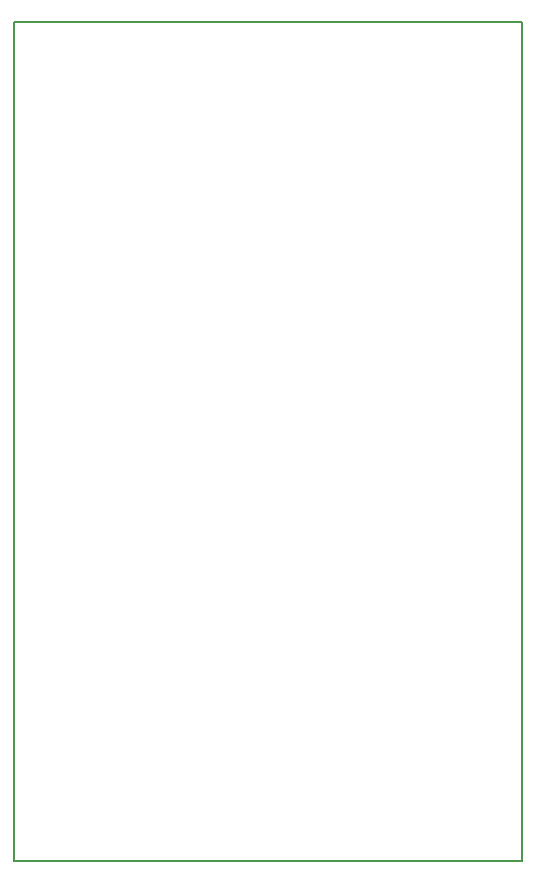
<source format=gko>
G04 Layer_Color=16711935*
%FSLAX24Y24*%
%MOIN*%
G70*
G01*
G75*
%ADD33C,0.0079*%
D33*
X31700Y19150D02*
Y47103D01*
X48629D01*
Y19150D02*
Y47103D01*
X31700Y19150D02*
X48629D01*
M02*

</source>
